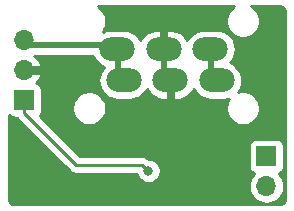
<source format=gbr>
G04 #@! TF.GenerationSoftware,KiCad,Pcbnew,(5.1.4)-1*
G04 #@! TF.CreationDate,2020-03-11T16:36:07-04:00*
G04 #@! TF.ProjectId,MicSwitchBoard,4d696353-7769-4746-9368-426f6172642e,rev?*
G04 #@! TF.SameCoordinates,Original*
G04 #@! TF.FileFunction,Copper,L1,Top*
G04 #@! TF.FilePolarity,Positive*
%FSLAX46Y46*%
G04 Gerber Fmt 4.6, Leading zero omitted, Abs format (unit mm)*
G04 Created by KiCad (PCBNEW (5.1.4)-1) date 2020-03-11 16:36:07*
%MOMM*%
%LPD*%
G04 APERTURE LIST*
%ADD10O,3.000000X2.000000*%
%ADD11O,1.700000X1.700000*%
%ADD12R,1.700000X1.700000*%
%ADD13C,0.800000*%
%ADD14C,0.508000*%
%ADD15C,0.250000*%
%ADD16C,0.254000*%
G04 APERTURE END LIST*
D10*
X132300000Y-68835000D03*
X131760000Y-66165000D03*
X128350000Y-68835000D03*
X127810000Y-66165000D03*
X124400000Y-68835000D03*
X123860000Y-66165000D03*
D11*
X116000000Y-65420000D03*
X116000000Y-67960000D03*
D12*
X116000000Y-70500000D03*
D11*
X136500000Y-77790000D03*
D12*
X136500000Y-75250000D03*
D13*
X130500000Y-72750000D03*
X116500000Y-78250000D03*
X120250000Y-77250000D03*
X126750000Y-79000000D03*
X132800000Y-78200000D03*
X126500000Y-76500000D03*
D14*
X127850000Y-66725000D02*
X128410000Y-66165000D01*
X127850000Y-68835000D02*
X127850000Y-66725000D01*
D15*
X126000000Y-76000000D02*
X126500000Y-76500000D01*
X120400000Y-76000000D02*
X126000000Y-76000000D01*
X116000000Y-70500000D02*
X116000000Y-71600000D01*
X116000000Y-71600000D02*
X120400000Y-76000000D01*
D14*
X131800000Y-66725000D02*
X132360000Y-66165000D01*
X131800000Y-68835000D02*
X131800000Y-66725000D01*
X116430000Y-65850000D02*
X116000000Y-65420000D01*
X124200000Y-65850000D02*
X116430000Y-65850000D01*
X123900000Y-66725000D02*
X124460000Y-66165000D01*
X123900000Y-68835000D02*
X123900000Y-66725000D01*
D16*
G36*
X133585241Y-62685363D02*
G01*
X133385363Y-62885241D01*
X133228320Y-63120273D01*
X133120147Y-63381426D01*
X133065000Y-63658665D01*
X133065000Y-63941335D01*
X133120147Y-64218574D01*
X133228320Y-64479727D01*
X133385363Y-64714759D01*
X133585241Y-64914637D01*
X133820273Y-65071680D01*
X134081426Y-65179853D01*
X134358665Y-65235000D01*
X134641335Y-65235000D01*
X134918574Y-65179853D01*
X135179727Y-65071680D01*
X135414759Y-64914637D01*
X135614637Y-64714759D01*
X135771680Y-64479727D01*
X135879853Y-64218574D01*
X135935000Y-63941335D01*
X135935000Y-63658665D01*
X135879853Y-63381426D01*
X135771680Y-63120273D01*
X135614637Y-62885241D01*
X135414759Y-62685363D01*
X135227140Y-62560000D01*
X137517721Y-62560000D01*
X137654270Y-62573389D01*
X137754573Y-62603672D01*
X137847080Y-62652859D01*
X137928273Y-62719079D01*
X137995057Y-62799808D01*
X138044888Y-62891967D01*
X138075871Y-62992056D01*
X138090001Y-63126494D01*
X138090000Y-78767720D01*
X138076611Y-78904269D01*
X138046327Y-79004575D01*
X137997142Y-79097080D01*
X137930921Y-79178274D01*
X137850195Y-79245056D01*
X137758031Y-79294889D01*
X137657945Y-79325871D01*
X137523515Y-79340000D01*
X115232280Y-79340000D01*
X115095731Y-79326611D01*
X114995425Y-79296327D01*
X114902920Y-79247142D01*
X114821726Y-79180921D01*
X114754944Y-79100195D01*
X114705111Y-79008031D01*
X114674129Y-78907945D01*
X114660000Y-78773515D01*
X114660000Y-77790000D01*
X135007815Y-77790000D01*
X135036487Y-78081111D01*
X135121401Y-78361034D01*
X135259294Y-78619014D01*
X135444866Y-78845134D01*
X135670986Y-79030706D01*
X135928966Y-79168599D01*
X136208889Y-79253513D01*
X136427050Y-79275000D01*
X136572950Y-79275000D01*
X136791111Y-79253513D01*
X137071034Y-79168599D01*
X137329014Y-79030706D01*
X137555134Y-78845134D01*
X137740706Y-78619014D01*
X137878599Y-78361034D01*
X137963513Y-78081111D01*
X137992185Y-77790000D01*
X137963513Y-77498889D01*
X137878599Y-77218966D01*
X137740706Y-76960986D01*
X137555134Y-76734866D01*
X137525313Y-76710393D01*
X137594180Y-76689502D01*
X137704494Y-76630537D01*
X137801185Y-76551185D01*
X137880537Y-76454494D01*
X137939502Y-76344180D01*
X137975812Y-76224482D01*
X137988072Y-76100000D01*
X137988072Y-74400000D01*
X137975812Y-74275518D01*
X137939502Y-74155820D01*
X137880537Y-74045506D01*
X137801185Y-73948815D01*
X137704494Y-73869463D01*
X137594180Y-73810498D01*
X137474482Y-73774188D01*
X137350000Y-73761928D01*
X135650000Y-73761928D01*
X135525518Y-73774188D01*
X135405820Y-73810498D01*
X135295506Y-73869463D01*
X135198815Y-73948815D01*
X135119463Y-74045506D01*
X135060498Y-74155820D01*
X135024188Y-74275518D01*
X135011928Y-74400000D01*
X135011928Y-76100000D01*
X135024188Y-76224482D01*
X135060498Y-76344180D01*
X135119463Y-76454494D01*
X135198815Y-76551185D01*
X135295506Y-76630537D01*
X135405820Y-76689502D01*
X135474687Y-76710393D01*
X135444866Y-76734866D01*
X135259294Y-76960986D01*
X135121401Y-77218966D01*
X135036487Y-77498889D01*
X135007815Y-77790000D01*
X114660000Y-77790000D01*
X114660000Y-71753889D01*
X114698815Y-71801185D01*
X114795506Y-71880537D01*
X114905820Y-71939502D01*
X115025518Y-71975812D01*
X115150000Y-71988072D01*
X115345674Y-71988072D01*
X115365026Y-72024276D01*
X115436201Y-72111002D01*
X115460000Y-72140001D01*
X115488998Y-72163799D01*
X119836200Y-76511002D01*
X119859999Y-76540001D01*
X119975724Y-76634974D01*
X120107753Y-76705546D01*
X120251014Y-76749003D01*
X120362667Y-76760000D01*
X120362675Y-76760000D01*
X120400000Y-76763676D01*
X120437325Y-76760000D01*
X125496440Y-76760000D01*
X125504774Y-76801898D01*
X125582795Y-76990256D01*
X125696063Y-77159774D01*
X125840226Y-77303937D01*
X126009744Y-77417205D01*
X126198102Y-77495226D01*
X126398061Y-77535000D01*
X126601939Y-77535000D01*
X126801898Y-77495226D01*
X126990256Y-77417205D01*
X127159774Y-77303937D01*
X127303937Y-77159774D01*
X127417205Y-76990256D01*
X127495226Y-76801898D01*
X127535000Y-76601939D01*
X127535000Y-76398061D01*
X127495226Y-76198102D01*
X127417205Y-76009744D01*
X127303937Y-75840226D01*
X127159774Y-75696063D01*
X126990256Y-75582795D01*
X126801898Y-75504774D01*
X126601939Y-75465000D01*
X126544105Y-75465000D01*
X126540001Y-75459999D01*
X126424276Y-75365026D01*
X126292247Y-75294454D01*
X126148986Y-75250997D01*
X126037333Y-75240000D01*
X126037322Y-75240000D01*
X126000000Y-75236324D01*
X125962678Y-75240000D01*
X120714802Y-75240000D01*
X117287345Y-71812543D01*
X117301185Y-71801185D01*
X117380537Y-71704494D01*
X117439502Y-71594180D01*
X117475812Y-71474482D01*
X117488072Y-71350000D01*
X117488072Y-71058665D01*
X120065000Y-71058665D01*
X120065000Y-71341335D01*
X120120147Y-71618574D01*
X120228320Y-71879727D01*
X120385363Y-72114759D01*
X120585241Y-72314637D01*
X120820273Y-72471680D01*
X121081426Y-72579853D01*
X121358665Y-72635000D01*
X121641335Y-72635000D01*
X121918574Y-72579853D01*
X122179727Y-72471680D01*
X122414759Y-72314637D01*
X122614637Y-72114759D01*
X122771680Y-71879727D01*
X122879853Y-71618574D01*
X122935000Y-71341335D01*
X122935000Y-71058665D01*
X122879853Y-70781426D01*
X122771680Y-70520273D01*
X122614637Y-70285241D01*
X122414759Y-70085363D01*
X122179727Y-69928320D01*
X121918574Y-69820147D01*
X121641335Y-69765000D01*
X121358665Y-69765000D01*
X121081426Y-69820147D01*
X120820273Y-69928320D01*
X120585241Y-70085363D01*
X120385363Y-70285241D01*
X120228320Y-70520273D01*
X120120147Y-70781426D01*
X120065000Y-71058665D01*
X117488072Y-71058665D01*
X117488072Y-69650000D01*
X117475812Y-69525518D01*
X117439502Y-69405820D01*
X117380537Y-69295506D01*
X117301185Y-69198815D01*
X117204494Y-69119463D01*
X117094180Y-69060498D01*
X117006123Y-69033786D01*
X117154855Y-68880795D01*
X117312303Y-68637801D01*
X117407207Y-68408659D01*
X117301281Y-68183000D01*
X116223000Y-68183000D01*
X116223000Y-68203000D01*
X115777000Y-68203000D01*
X115777000Y-68183000D01*
X115757000Y-68183000D01*
X115757000Y-67737000D01*
X115777000Y-67737000D01*
X115777000Y-67717000D01*
X116223000Y-67717000D01*
X116223000Y-67737000D01*
X117301281Y-67737000D01*
X117407207Y-67511341D01*
X117312303Y-67282199D01*
X117154855Y-67039205D01*
X116953027Y-66831597D01*
X116818593Y-66739000D01*
X121825550Y-66739000D01*
X121842148Y-66793715D01*
X121993969Y-67077752D01*
X122198286Y-67326714D01*
X122447248Y-67531031D01*
X122730694Y-67682536D01*
X122533969Y-67922248D01*
X122382148Y-68206285D01*
X122288657Y-68514484D01*
X122257089Y-68835000D01*
X122288657Y-69155516D01*
X122382148Y-69463715D01*
X122533969Y-69747752D01*
X122738286Y-69996714D01*
X122987248Y-70201031D01*
X123271285Y-70352852D01*
X123579484Y-70446343D01*
X123819678Y-70470000D01*
X124980322Y-70470000D01*
X125220516Y-70446343D01*
X125528715Y-70352852D01*
X125812752Y-70201031D01*
X126061714Y-69996714D01*
X126266031Y-69747752D01*
X126372003Y-69549493D01*
X126373307Y-69553495D01*
X126541853Y-69827778D01*
X126760670Y-70063909D01*
X127021349Y-70252814D01*
X127313873Y-70387233D01*
X127627000Y-70462000D01*
X128127000Y-70462000D01*
X128127000Y-69058000D01*
X128107000Y-69058000D01*
X128107000Y-68612000D01*
X128127000Y-68612000D01*
X128127000Y-68592000D01*
X128573000Y-68592000D01*
X128573000Y-68612000D01*
X128593000Y-68612000D01*
X128593000Y-69058000D01*
X128573000Y-69058000D01*
X128573000Y-70462000D01*
X129073000Y-70462000D01*
X129386127Y-70387233D01*
X129678651Y-70252814D01*
X129939330Y-70063909D01*
X130158147Y-69827778D01*
X130326693Y-69553495D01*
X130327997Y-69549493D01*
X130433969Y-69747752D01*
X130638286Y-69996714D01*
X130887248Y-70201031D01*
X131171285Y-70352852D01*
X131479484Y-70446343D01*
X131719678Y-70470000D01*
X132880322Y-70470000D01*
X133120516Y-70446343D01*
X133317682Y-70386534D01*
X133228320Y-70520273D01*
X133120147Y-70781426D01*
X133065000Y-71058665D01*
X133065000Y-71341335D01*
X133120147Y-71618574D01*
X133228320Y-71879727D01*
X133385363Y-72114759D01*
X133585241Y-72314637D01*
X133820273Y-72471680D01*
X134081426Y-72579853D01*
X134358665Y-72635000D01*
X134641335Y-72635000D01*
X134918574Y-72579853D01*
X135179727Y-72471680D01*
X135414759Y-72314637D01*
X135614637Y-72114759D01*
X135771680Y-71879727D01*
X135879853Y-71618574D01*
X135935000Y-71341335D01*
X135935000Y-71058665D01*
X135879853Y-70781426D01*
X135771680Y-70520273D01*
X135614637Y-70285241D01*
X135414759Y-70085363D01*
X135179727Y-69928320D01*
X134918574Y-69820147D01*
X134641335Y-69765000D01*
X134358665Y-69765000D01*
X134111533Y-69814158D01*
X134166031Y-69747752D01*
X134317852Y-69463715D01*
X134411343Y-69155516D01*
X134442911Y-68835000D01*
X134411343Y-68514484D01*
X134317852Y-68206285D01*
X134166031Y-67922248D01*
X133961714Y-67673286D01*
X133712752Y-67468969D01*
X133429306Y-67317464D01*
X133626031Y-67077752D01*
X133777852Y-66793715D01*
X133871343Y-66485516D01*
X133902911Y-66165000D01*
X133871343Y-65844484D01*
X133777852Y-65536285D01*
X133626031Y-65252248D01*
X133421714Y-65003286D01*
X133172752Y-64798969D01*
X132888715Y-64647148D01*
X132580516Y-64553657D01*
X132340322Y-64530000D01*
X131179678Y-64530000D01*
X130939484Y-64553657D01*
X130631285Y-64647148D01*
X130347248Y-64798969D01*
X130098286Y-65003286D01*
X129893969Y-65252248D01*
X129787997Y-65450507D01*
X129786693Y-65446505D01*
X129618147Y-65172222D01*
X129399330Y-64936091D01*
X129138651Y-64747186D01*
X128846127Y-64612767D01*
X128533000Y-64538000D01*
X128033000Y-64538000D01*
X128033000Y-65942000D01*
X128053000Y-65942000D01*
X128053000Y-66388000D01*
X128033000Y-66388000D01*
X128033000Y-66408000D01*
X127587000Y-66408000D01*
X127587000Y-66388000D01*
X127567000Y-66388000D01*
X127567000Y-65942000D01*
X127587000Y-65942000D01*
X127587000Y-64538000D01*
X127087000Y-64538000D01*
X126773873Y-64612767D01*
X126481349Y-64747186D01*
X126220670Y-64936091D01*
X126001853Y-65172222D01*
X125833307Y-65446505D01*
X125832003Y-65450507D01*
X125726031Y-65252248D01*
X125521714Y-65003286D01*
X125272752Y-64798969D01*
X124988715Y-64647148D01*
X124680516Y-64553657D01*
X124440322Y-64530000D01*
X123279678Y-64530000D01*
X123039484Y-64553657D01*
X122731285Y-64647148D01*
X122620106Y-64706575D01*
X122771680Y-64479727D01*
X122879853Y-64218574D01*
X122935000Y-63941335D01*
X122935000Y-63658665D01*
X122879853Y-63381426D01*
X122771680Y-63120273D01*
X122614637Y-62885241D01*
X122414759Y-62685363D01*
X122227140Y-62560000D01*
X133772860Y-62560000D01*
X133585241Y-62685363D01*
X133585241Y-62685363D01*
G37*
X133585241Y-62685363D02*
X133385363Y-62885241D01*
X133228320Y-63120273D01*
X133120147Y-63381426D01*
X133065000Y-63658665D01*
X133065000Y-63941335D01*
X133120147Y-64218574D01*
X133228320Y-64479727D01*
X133385363Y-64714759D01*
X133585241Y-64914637D01*
X133820273Y-65071680D01*
X134081426Y-65179853D01*
X134358665Y-65235000D01*
X134641335Y-65235000D01*
X134918574Y-65179853D01*
X135179727Y-65071680D01*
X135414759Y-64914637D01*
X135614637Y-64714759D01*
X135771680Y-64479727D01*
X135879853Y-64218574D01*
X135935000Y-63941335D01*
X135935000Y-63658665D01*
X135879853Y-63381426D01*
X135771680Y-63120273D01*
X135614637Y-62885241D01*
X135414759Y-62685363D01*
X135227140Y-62560000D01*
X137517721Y-62560000D01*
X137654270Y-62573389D01*
X137754573Y-62603672D01*
X137847080Y-62652859D01*
X137928273Y-62719079D01*
X137995057Y-62799808D01*
X138044888Y-62891967D01*
X138075871Y-62992056D01*
X138090001Y-63126494D01*
X138090000Y-78767720D01*
X138076611Y-78904269D01*
X138046327Y-79004575D01*
X137997142Y-79097080D01*
X137930921Y-79178274D01*
X137850195Y-79245056D01*
X137758031Y-79294889D01*
X137657945Y-79325871D01*
X137523515Y-79340000D01*
X115232280Y-79340000D01*
X115095731Y-79326611D01*
X114995425Y-79296327D01*
X114902920Y-79247142D01*
X114821726Y-79180921D01*
X114754944Y-79100195D01*
X114705111Y-79008031D01*
X114674129Y-78907945D01*
X114660000Y-78773515D01*
X114660000Y-77790000D01*
X135007815Y-77790000D01*
X135036487Y-78081111D01*
X135121401Y-78361034D01*
X135259294Y-78619014D01*
X135444866Y-78845134D01*
X135670986Y-79030706D01*
X135928966Y-79168599D01*
X136208889Y-79253513D01*
X136427050Y-79275000D01*
X136572950Y-79275000D01*
X136791111Y-79253513D01*
X137071034Y-79168599D01*
X137329014Y-79030706D01*
X137555134Y-78845134D01*
X137740706Y-78619014D01*
X137878599Y-78361034D01*
X137963513Y-78081111D01*
X137992185Y-77790000D01*
X137963513Y-77498889D01*
X137878599Y-77218966D01*
X137740706Y-76960986D01*
X137555134Y-76734866D01*
X137525313Y-76710393D01*
X137594180Y-76689502D01*
X137704494Y-76630537D01*
X137801185Y-76551185D01*
X137880537Y-76454494D01*
X137939502Y-76344180D01*
X137975812Y-76224482D01*
X137988072Y-76100000D01*
X137988072Y-74400000D01*
X137975812Y-74275518D01*
X137939502Y-74155820D01*
X137880537Y-74045506D01*
X137801185Y-73948815D01*
X137704494Y-73869463D01*
X137594180Y-73810498D01*
X137474482Y-73774188D01*
X137350000Y-73761928D01*
X135650000Y-73761928D01*
X135525518Y-73774188D01*
X135405820Y-73810498D01*
X135295506Y-73869463D01*
X135198815Y-73948815D01*
X135119463Y-74045506D01*
X135060498Y-74155820D01*
X135024188Y-74275518D01*
X135011928Y-74400000D01*
X135011928Y-76100000D01*
X135024188Y-76224482D01*
X135060498Y-76344180D01*
X135119463Y-76454494D01*
X135198815Y-76551185D01*
X135295506Y-76630537D01*
X135405820Y-76689502D01*
X135474687Y-76710393D01*
X135444866Y-76734866D01*
X135259294Y-76960986D01*
X135121401Y-77218966D01*
X135036487Y-77498889D01*
X135007815Y-77790000D01*
X114660000Y-77790000D01*
X114660000Y-71753889D01*
X114698815Y-71801185D01*
X114795506Y-71880537D01*
X114905820Y-71939502D01*
X115025518Y-71975812D01*
X115150000Y-71988072D01*
X115345674Y-71988072D01*
X115365026Y-72024276D01*
X115436201Y-72111002D01*
X115460000Y-72140001D01*
X115488998Y-72163799D01*
X119836200Y-76511002D01*
X119859999Y-76540001D01*
X119975724Y-76634974D01*
X120107753Y-76705546D01*
X120251014Y-76749003D01*
X120362667Y-76760000D01*
X120362675Y-76760000D01*
X120400000Y-76763676D01*
X120437325Y-76760000D01*
X125496440Y-76760000D01*
X125504774Y-76801898D01*
X125582795Y-76990256D01*
X125696063Y-77159774D01*
X125840226Y-77303937D01*
X126009744Y-77417205D01*
X126198102Y-77495226D01*
X126398061Y-77535000D01*
X126601939Y-77535000D01*
X126801898Y-77495226D01*
X126990256Y-77417205D01*
X127159774Y-77303937D01*
X127303937Y-77159774D01*
X127417205Y-76990256D01*
X127495226Y-76801898D01*
X127535000Y-76601939D01*
X127535000Y-76398061D01*
X127495226Y-76198102D01*
X127417205Y-76009744D01*
X127303937Y-75840226D01*
X127159774Y-75696063D01*
X126990256Y-75582795D01*
X126801898Y-75504774D01*
X126601939Y-75465000D01*
X126544105Y-75465000D01*
X126540001Y-75459999D01*
X126424276Y-75365026D01*
X126292247Y-75294454D01*
X126148986Y-75250997D01*
X126037333Y-75240000D01*
X126037322Y-75240000D01*
X126000000Y-75236324D01*
X125962678Y-75240000D01*
X120714802Y-75240000D01*
X117287345Y-71812543D01*
X117301185Y-71801185D01*
X117380537Y-71704494D01*
X117439502Y-71594180D01*
X117475812Y-71474482D01*
X117488072Y-71350000D01*
X117488072Y-71058665D01*
X120065000Y-71058665D01*
X120065000Y-71341335D01*
X120120147Y-71618574D01*
X120228320Y-71879727D01*
X120385363Y-72114759D01*
X120585241Y-72314637D01*
X120820273Y-72471680D01*
X121081426Y-72579853D01*
X121358665Y-72635000D01*
X121641335Y-72635000D01*
X121918574Y-72579853D01*
X122179727Y-72471680D01*
X122414759Y-72314637D01*
X122614637Y-72114759D01*
X122771680Y-71879727D01*
X122879853Y-71618574D01*
X122935000Y-71341335D01*
X122935000Y-71058665D01*
X122879853Y-70781426D01*
X122771680Y-70520273D01*
X122614637Y-70285241D01*
X122414759Y-70085363D01*
X122179727Y-69928320D01*
X121918574Y-69820147D01*
X121641335Y-69765000D01*
X121358665Y-69765000D01*
X121081426Y-69820147D01*
X120820273Y-69928320D01*
X120585241Y-70085363D01*
X120385363Y-70285241D01*
X120228320Y-70520273D01*
X120120147Y-70781426D01*
X120065000Y-71058665D01*
X117488072Y-71058665D01*
X117488072Y-69650000D01*
X117475812Y-69525518D01*
X117439502Y-69405820D01*
X117380537Y-69295506D01*
X117301185Y-69198815D01*
X117204494Y-69119463D01*
X117094180Y-69060498D01*
X117006123Y-69033786D01*
X117154855Y-68880795D01*
X117312303Y-68637801D01*
X117407207Y-68408659D01*
X117301281Y-68183000D01*
X116223000Y-68183000D01*
X116223000Y-68203000D01*
X115777000Y-68203000D01*
X115777000Y-68183000D01*
X115757000Y-68183000D01*
X115757000Y-67737000D01*
X115777000Y-67737000D01*
X115777000Y-67717000D01*
X116223000Y-67717000D01*
X116223000Y-67737000D01*
X117301281Y-67737000D01*
X117407207Y-67511341D01*
X117312303Y-67282199D01*
X117154855Y-67039205D01*
X116953027Y-66831597D01*
X116818593Y-66739000D01*
X121825550Y-66739000D01*
X121842148Y-66793715D01*
X121993969Y-67077752D01*
X122198286Y-67326714D01*
X122447248Y-67531031D01*
X122730694Y-67682536D01*
X122533969Y-67922248D01*
X122382148Y-68206285D01*
X122288657Y-68514484D01*
X122257089Y-68835000D01*
X122288657Y-69155516D01*
X122382148Y-69463715D01*
X122533969Y-69747752D01*
X122738286Y-69996714D01*
X122987248Y-70201031D01*
X123271285Y-70352852D01*
X123579484Y-70446343D01*
X123819678Y-70470000D01*
X124980322Y-70470000D01*
X125220516Y-70446343D01*
X125528715Y-70352852D01*
X125812752Y-70201031D01*
X126061714Y-69996714D01*
X126266031Y-69747752D01*
X126372003Y-69549493D01*
X126373307Y-69553495D01*
X126541853Y-69827778D01*
X126760670Y-70063909D01*
X127021349Y-70252814D01*
X127313873Y-70387233D01*
X127627000Y-70462000D01*
X128127000Y-70462000D01*
X128127000Y-69058000D01*
X128107000Y-69058000D01*
X128107000Y-68612000D01*
X128127000Y-68612000D01*
X128127000Y-68592000D01*
X128573000Y-68592000D01*
X128573000Y-68612000D01*
X128593000Y-68612000D01*
X128593000Y-69058000D01*
X128573000Y-69058000D01*
X128573000Y-70462000D01*
X129073000Y-70462000D01*
X129386127Y-70387233D01*
X129678651Y-70252814D01*
X129939330Y-70063909D01*
X130158147Y-69827778D01*
X130326693Y-69553495D01*
X130327997Y-69549493D01*
X130433969Y-69747752D01*
X130638286Y-69996714D01*
X130887248Y-70201031D01*
X131171285Y-70352852D01*
X131479484Y-70446343D01*
X131719678Y-70470000D01*
X132880322Y-70470000D01*
X133120516Y-70446343D01*
X133317682Y-70386534D01*
X133228320Y-70520273D01*
X133120147Y-70781426D01*
X133065000Y-71058665D01*
X133065000Y-71341335D01*
X133120147Y-71618574D01*
X133228320Y-71879727D01*
X133385363Y-72114759D01*
X133585241Y-72314637D01*
X133820273Y-72471680D01*
X134081426Y-72579853D01*
X134358665Y-72635000D01*
X134641335Y-72635000D01*
X134918574Y-72579853D01*
X135179727Y-72471680D01*
X135414759Y-72314637D01*
X135614637Y-72114759D01*
X135771680Y-71879727D01*
X135879853Y-71618574D01*
X135935000Y-71341335D01*
X135935000Y-71058665D01*
X135879853Y-70781426D01*
X135771680Y-70520273D01*
X135614637Y-70285241D01*
X135414759Y-70085363D01*
X135179727Y-69928320D01*
X134918574Y-69820147D01*
X134641335Y-69765000D01*
X134358665Y-69765000D01*
X134111533Y-69814158D01*
X134166031Y-69747752D01*
X134317852Y-69463715D01*
X134411343Y-69155516D01*
X134442911Y-68835000D01*
X134411343Y-68514484D01*
X134317852Y-68206285D01*
X134166031Y-67922248D01*
X133961714Y-67673286D01*
X133712752Y-67468969D01*
X133429306Y-67317464D01*
X133626031Y-67077752D01*
X133777852Y-66793715D01*
X133871343Y-66485516D01*
X133902911Y-66165000D01*
X133871343Y-65844484D01*
X133777852Y-65536285D01*
X133626031Y-65252248D01*
X133421714Y-65003286D01*
X133172752Y-64798969D01*
X132888715Y-64647148D01*
X132580516Y-64553657D01*
X132340322Y-64530000D01*
X131179678Y-64530000D01*
X130939484Y-64553657D01*
X130631285Y-64647148D01*
X130347248Y-64798969D01*
X130098286Y-65003286D01*
X129893969Y-65252248D01*
X129787997Y-65450507D01*
X129786693Y-65446505D01*
X129618147Y-65172222D01*
X129399330Y-64936091D01*
X129138651Y-64747186D01*
X128846127Y-64612767D01*
X128533000Y-64538000D01*
X128033000Y-64538000D01*
X128033000Y-65942000D01*
X128053000Y-65942000D01*
X128053000Y-66388000D01*
X128033000Y-66388000D01*
X128033000Y-66408000D01*
X127587000Y-66408000D01*
X127587000Y-66388000D01*
X127567000Y-66388000D01*
X127567000Y-65942000D01*
X127587000Y-65942000D01*
X127587000Y-64538000D01*
X127087000Y-64538000D01*
X126773873Y-64612767D01*
X126481349Y-64747186D01*
X126220670Y-64936091D01*
X126001853Y-65172222D01*
X125833307Y-65446505D01*
X125832003Y-65450507D01*
X125726031Y-65252248D01*
X125521714Y-65003286D01*
X125272752Y-64798969D01*
X124988715Y-64647148D01*
X124680516Y-64553657D01*
X124440322Y-64530000D01*
X123279678Y-64530000D01*
X123039484Y-64553657D01*
X122731285Y-64647148D01*
X122620106Y-64706575D01*
X122771680Y-64479727D01*
X122879853Y-64218574D01*
X122935000Y-63941335D01*
X122935000Y-63658665D01*
X122879853Y-63381426D01*
X122771680Y-63120273D01*
X122614637Y-62885241D01*
X122414759Y-62685363D01*
X122227140Y-62560000D01*
X133772860Y-62560000D01*
X133585241Y-62685363D01*
M02*

</source>
